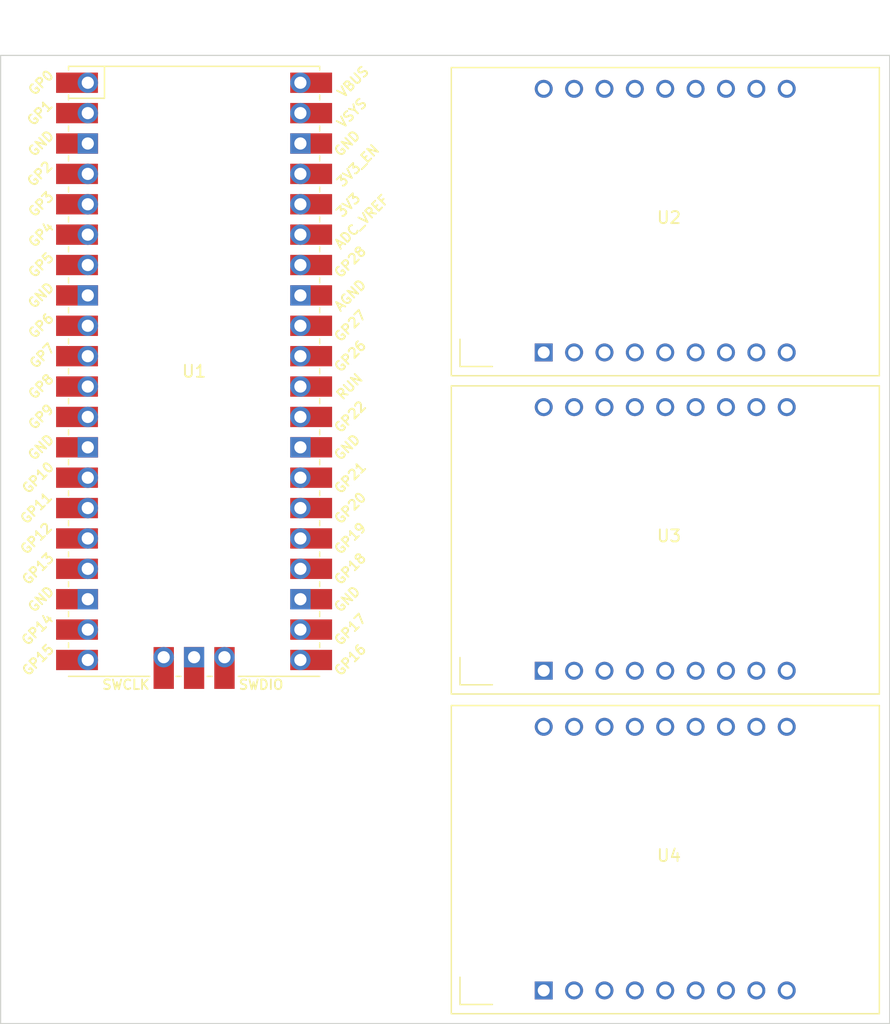
<source format=kicad_pcb>
(kicad_pcb (version 20221018) (generator pcbnew)
  (layers (0 "F.Cu" signal) (31 "B.Cu" signal) (34 "B.Paste" user) (35 "F.Paste" user) (36 "B.SilkS" user "B.Silkscreen") (37 "F.SilkS" user "F.Silkscreen") (38 "B.Mask" user) (39 "F.Mask" user) (44 "Edge.Cuts" user))
  (net 0 "")
  (net 44 "/SEG_E")
  (net 45 "/SEG_D")
  (net 46 "/SEG_C")
  (net 47 "/SEG_DP")
  (net 48 "/SEG_G")
  (net 49 "/SEG_B")
  (net 50 "/SEG_A")
  (net 51 "/SEG_F")
  (footprint "Library:DA08-11" (layer "F.Cu") (at 150.114 79.444996)
    (fp_text reference "U3" (at 0.3402 0.1016) (layer "F.SilkS"))
    (fp_text value "DA08-11SURKWA ")
    (fp_line (start -17.8616 -12.446) (end 17.9324 -12.446) (stroke (width 0.12)) (layer "F.SilkS"))
    (fp_line (start -17.8616 13.319) (end -17.8616 -12.446) (stroke (width 0.12)) (layer "F.SilkS"))
    (fp_line (start -17.8616 13.319) (end 17.9324 13.319) (stroke (width 0.12)) (layer "F.SilkS"))
    (fp_line (start -17.135 12.5476) (end -17.135 10.2676) (stroke (width 0.12)) (layer "F.SilkS"))
    (fp_line (start -17.135 12.5476) (end -14.425 12.5476) (stroke (width 0.12)) (layer "F.SilkS"))
    (fp_line (start 17.9324 13.319) (end 17.9324 -12.446) (stroke (width 0.12)) (layer "F.SilkS"))
    (pad "1" thru_hole rect (at -10.1338 11.372996 90) (size 1.5 1.5) (drill 1) (layers "*.Cu" "*.Mask") (net 44 "/SEG_E"))
    (pad "2" thru_hole circle (at -7.5938 11.372996 90) (size 1.5 1.5) (drill 1) (layers "*.Cu" "*.Mask") (net 45 "/SEG_D"))
    (pad "3" thru_hole circle (at -5.0538 11.372996 90) (size 1.5 1.5) (drill 1) (layers "*.Cu" "*.Mask") (net 46 "/SEG_C"))
    (pad "4" thru_hole circle (at -2.5138 11.372996 90) (size 1.5 1.5) (drill 1) (layers "*.Cu" "*.Mask") (net 47 "/SEG_DP"))
    (pad "5" thru_hole circle (at 0.0262 11.372996 90) (size 1.5 1.5) (drill 1) (layers "*.Cu" "*.Mask") (net 44 "/SEG_E"))
    (pad "6" thru_hole circle (at 2.5662 11.372996 90) (size 1.5 1.5) (drill 1) (layers "*.Cu" "*.Mask") (net 45 "/SEG_D"))
    (pad "7" thru_hole circle (at 5.1062 11.372996 90) (size 1.5 1.5) (drill 1) (layers "*.Cu" "*.Mask") (net 48 "/SEG_G"))
    (pad "8" thru_hole circle (at 7.6462 11.372996 90) (size 1.5 1.5) (drill 1) (layers "*.Cu" "*.Mask") (net 46 "/SEG_C"))
    (pad "9" thru_hole circle (at 10.1862 11.372996 90) (size 1.5 1.5) (drill 1) (layers "*.Cu" "*.Mask") (net 47 "/SEG_DP"))
    (pad "10" thru_hole circle (at 10.1862 -10.668 90) (size 1.5 1.5) (drill 1) (layers "*.Cu" "*.Mask") (net 49 "/SEG_B"))
    (pad "11" thru_hole circle (at 7.6462 -10.668 90) (size 1.5 1.5) (drill 1) (layers "*.Cu" "*.Mask") (net 50 "/SEG_A"))
    (pad "12" thru_hole circle (at 5.1062 -10.668 90) (size 1.5 1.5) (drill 1) (layers "*.Cu" "*.Mask") (net 51 "/SEG_F"))
    (pad "13" thru_hole circle (at 2.5662 -10.668 90) (size 1.5 1.5) (drill 1) (layers "*.Cu" "*.Mask"))
    (pad "14" thru_hole circle (at 0.0262 -10.668 90) (size 1.5 1.5) (drill 1) (layers "*.Cu" "*.Mask"))
    (pad "15" thru_hole circle (at -2.5138 -10.668 90) (size 1.5 1.5) (drill 1) (layers "*.Cu" "*.Mask") (net 49 "/SEG_B"))
    (pad "16" thru_hole circle (at -5.0538 -10.668 90) (size 1.5 1.5) (drill 1) (layers "*.Cu" "*.Mask") (net 50 "/SEG_A"))
    (pad "17" thru_hole circle (at -7.5938 -10.668 90) (size 1.5 1.5) (drill 1) (layers "*.Cu" "*.Mask") (net 48 "/SEG_G"))
    (pad "18" thru_hole circle (at -10.1338 -10.668 90) (size 1.5 1.5) (drill 1) (layers "*.Cu" "*.Mask") (net 51 "/SEG_F"))
  )
  (footprint "Library:DA08-11" (layer "F.Cu") (at 150.114 106.172)
    (fp_text reference "U4" (at 0.3402 0.1016 180) (layer "F.SilkS"))
    (fp_text value "DA08-11SURKWA ")
    (fp_line (start -17.8616 -12.446) (end 17.9324 -12.446) (stroke (width 0.12)) (layer "F.SilkS"))
    (fp_line (start -17.8616 13.319) (end -17.8616 -12.446) (stroke (width 0.12)) (layer "F.SilkS"))
    (fp_line (start -17.8616 13.319) (end 17.9324 13.319) (stroke (width 0.12)) (layer "F.SilkS"))
    (fp_line (start -17.135 12.5476) (end -17.135 10.2676) (stroke (width 0.12)) (layer "F.SilkS"))
    (fp_line (start -17.135 12.5476) (end -14.425 12.5476) (stroke (width 0.12)) (layer "F.SilkS"))
    (fp_line (start 17.9324 13.319) (end 17.9324 -12.446) (stroke (width 0.12)) (layer "F.SilkS"))
    (pad "1" thru_hole rect (at -10.1338 11.372996 90) (size 1.5 1.5) (drill 1) (layers "*.Cu" "*.Mask") (net 44 "/SEG_E"))
    (pad "2" thru_hole circle (at -7.5938 11.372996 90) (size 1.5 1.5) (drill 1) (layers "*.Cu" "*.Mask") (net 45 "/SEG_D"))
    (pad "3" thru_hole circle (at -5.0538 11.372996 90) (size 1.5 1.5) (drill 1) (layers "*.Cu" "*.Mask") (net 46 "/SEG_C"))
    (pad "4" thru_hole circle (at -2.5138 11.372996 90) (size 1.5 1.5) (drill 1) (layers "*.Cu" "*.Mask") (net 47 "/SEG_DP"))
    (pad "5" thru_hole circle (at 0.0262 11.372996 90) (size 1.5 1.5) (drill 1) (layers "*.Cu" "*.Mask") (net 44 "/SEG_E"))
    (pad "6" thru_hole circle (at 2.5662 11.372996 90) (size 1.5 1.5) (drill 1) (layers "*.Cu" "*.Mask") (net 45 "/SEG_D"))
    (pad "7" thru_hole circle (at 5.1062 11.372996 90) (size 1.5 1.5) (drill 1) (layers "*.Cu" "*.Mask") (net 48 "/SEG_G"))
    (pad "8" thru_hole circle (at 7.6462 11.372996 90) (size 1.5 1.5) (drill 1) (layers "*.Cu" "*.Mask") (net 46 "/SEG_C"))
    (pad "9" thru_hole circle (at 10.1862 11.372996 90) (size 1.5 1.5) (drill 1) (layers "*.Cu" "*.Mask") (net 47 "/SEG_DP"))
    (pad "10" thru_hole circle (at 10.1862 -10.668 90) (size 1.5 1.5) (drill 1) (layers "*.Cu" "*.Mask") (net 49 "/SEG_B"))
    (pad "11" thru_hole circle (at 7.6462 -10.668 90) (size 1.5 1.5) (drill 1) (layers "*.Cu" "*.Mask") (net 50 "/SEG_A"))
    (pad "12" thru_hole circle (at 5.1062 -10.668 90) (size 1.5 1.5) (drill 1) (layers "*.Cu" "*.Mask") (net 51 "/SEG_F"))
    (pad "13" thru_hole circle (at 2.5662 -10.668 90) (size 1.5 1.5) (drill 1) (layers "*.Cu" "*.Mask"))
    (pad "14" thru_hole circle (at 0.0262 -10.668 90) (size 1.5 1.5) (drill 1) (layers "*.Cu" "*.Mask"))
    (pad "15" thru_hole circle (at -2.5138 -10.668 90) (size 1.5 1.5) (drill 1) (layers "*.Cu" "*.Mask") (net 49 "/SEG_B"))
    (pad "16" thru_hole circle (at -5.0538 -10.668 90) (size 1.5 1.5) (drill 1) (layers "*.Cu" "*.Mask") (net 50 "/SEG_A"))
    (pad "17" thru_hole circle (at -7.5938 -10.668 90) (size 1.5 1.5) (drill 1) (layers "*.Cu" "*.Mask") (net 48 "/SEG_G"))
    (pad "18" thru_hole circle (at -10.1338 -10.668 90) (size 1.5 1.5) (drill 1) (layers "*.Cu" "*.Mask") (net 51 "/SEG_F"))
  )
  (footprint "MCU_RaspberryPi_and_Boards:RPi_Pico_SMD_TH" (layer "F.Cu") (at 110.744 65.786)
    (fp_text reference "U1" (at 0 0) (layer "F.SilkS"))
    (fp_text value "Pico")
    (fp_text user "GP18" (at 13.054 16.51 45) (layer "F.SilkS") (effects (font (size 0.8 0.8))))
    (fp_text user "GP13" (at -13.054 16.51 45) (layer "F.SilkS") (effects (font (size 0.8 0.8))))
    (fp_text user "GP4" (at -12.8 -11.43 45) (layer "F.SilkS") (effects (font (size 0.8 0.8))))
    (fp_text user "GND" (at 12.8 6.35 45) (layer "F.SilkS") (effects (font (size 0.8 0.8))))
    (fp_text user "GND" (at -12.8 -19.05 45) (layer "F.SilkS") (effects (font (size 0.8 0.8))))
    (fp_text user "GP5" (at -12.8 -8.89 45) (layer "F.SilkS") (effects (font (size 0.8 0.8))))
    (fp_text user "GND" (at 12.8 -19.05 45) (layer "F.SilkS") (effects (font (size 0.8 0.8))))
    (fp_text user "ADC_VREF" (at 14 -12.5 45) (layer "F.SilkS") (effects (font (size 0.8 0.8))))
    (fp_text user "GP6" (at -12.8 -3.81 45) (layer "F.SilkS") (effects (font (size 0.8 0.8))))
    (fp_text user "GP10" (at -13.054 8.89 45) (layer "F.SilkS") (effects (font (size 0.8 0.8))))
    (fp_text user "GP19" (at 13.054 13.97 45) (layer "F.SilkS") (effects (font (size 0.8 0.8))))
    (fp_text user "GP22" (at 13.054 3.81 45) (layer "F.SilkS") (effects (font (size 0.8 0.8))))
    (fp_text user "GP28" (at 13.054 -9.144 45) (layer "F.SilkS") (effects (font (size 0.8 0.8))))
    (fp_text user "3V3" (at 12.9 -13.9 45) (layer "F.SilkS") (effects (font (size 0.8 0.8))))
    (fp_text user "3V3_EN" (at 13.7 -17.2 45) (layer "F.SilkS") (effects (font (size 0.8 0.8))))
    (fp_text user "GP16" (at 13.054 24.13 45) (layer "F.SilkS") (effects (font (size 0.8 0.8))))
    (fp_text user "GP21" (at 13.054 8.9 45) (layer "F.SilkS") (effects (font (size 0.8 0.8))))
    (fp_text user "SWCLK" (at -5.7 26.2) (layer "F.SilkS") (effects (font (size 0.8 0.8))))
    (fp_text user "GP15" (at -13.054 24.13 45) (layer "F.SilkS") (effects (font (size 0.8 0.8))))
    (fp_text user "GND" (at 12.8 19.05 45) (layer "F.SilkS") (effects (font (size 0.8 0.8))))
    (fp_text user "GND" (at -12.8 19.05 45) (layer "F.SilkS") (effects (font (size 0.8 0.8))))
    (fp_text user "AGND" (at 13.054 -6.35 45) (layer "F.SilkS") (effects (font (size 0.8 0.8))))
    (fp_text user "GP20" (at 13.054 11.43 45) (layer "F.SilkS") (effects (font (size 0.8 0.8))))
    (fp_text user "GP12" (at -13.2 13.97 45) (layer "F.SilkS") (effects (font (size 0.8 0.8))))
    (fp_text user "GP2" (at -12.9 -16.51 45) (layer "F.SilkS") (effects (font (size 0.8 0.8))))
    (fp_text user "GP14" (at -13.1 21.59 45) (layer "F.SilkS") (effects (font (size 0.8 0.8))))
    (fp_text user "GP7" (at -12.7 -1.3 45) (layer "F.SilkS") (effects (font (size 0.8 0.8))))
    (fp_text user "RUN" (at 13 1.27 45) (layer "F.SilkS") (effects (font (size 0.8 0.8))))
    (fp_text user "GND" (at -12.8 -6.35 45) (layer "F.SilkS") (effects (font (size 0.8 0.8))))
    (fp_text user "GP3" (at -12.8 -13.97 45) (layer "F.SilkS") (effects (font (size 0.8 0.8))))
    (fp_text user "GP1" (at -12.9 -21.6 45) (layer "F.SilkS") (effects (font (size 0.8 0.8))))
    (fp_text user "GND" (at -12.8 6.35 45) (layer "F.SilkS") (effects (font (size 0.8 0.8))))
    (fp_text user "GP0" (at -12.8 -24.13 45) (layer "F.SilkS") (effects (font (size 0.8 0.8))))
    (fp_text user "GP9" (at -12.8 3.81 45) (layer "F.SilkS") (effects (font (size 0.8 0.8))))
    (fp_text user "GP8" (at -12.8 1.27 45) (layer "F.SilkS") (effects (font (size 0.8 0.8))))
    (fp_text user "SWDIO" (at 5.6 26.2) (layer "F.SilkS") (effects (font (size 0.8 0.8))))
    (fp_text user "GP17" (at 13.054 21.59 45) (layer "F.SilkS") (effects (font (size 0.8 0.8))))
    (fp_text user "VBUS" (at 13.3 -24.2 45) (layer "F.SilkS") (effects (font (size 0.8 0.8))))
    (fp_text user "VSYS" (at 13.2 -21.59 45) (layer "F.SilkS") (effects (font (size 0.8 0.8))))
    (fp_text user "GP27" (at 13.054 -3.8 45) (layer "F.SilkS") (effects (font (size 0.8 0.8))))
    (fp_text user "GP11" (at -13.2 11.43 45) (layer "F.SilkS") (effects (font (size 0.8 0.8))))
    (fp_text user "GP26" (at 13.054 -1.27 45) (layer "F.SilkS") (effects (font (size 0.8 0.8))))
    (fp_line (start -10.5 -25.5) (end -10.5 -25.2) (stroke (width 0.12)) (layer "F.SilkS"))
    (fp_line (start -10.5 -25.5) (end 10.5 -25.5) (stroke (width 0.12)) (layer "F.SilkS"))
    (fp_line (start -10.5 -23.1) (end -10.5 -22.7) (stroke (width 0.12)) (layer "F.SilkS"))
    (fp_line (start -10.5 -22.833) (end -7.493 -22.833) (stroke (width 0.12)) (layer "F.SilkS"))
    (fp_line (start -10.5 -20.5) (end -10.5 -20.1) (stroke (width 0.12)) (layer "F.SilkS"))
    (fp_line (start -10.5 -18) (end -10.5 -17.6) (stroke (width 0.12)) (layer "F.SilkS"))
    (fp_line (start -10.5 -15.4) (end -10.5 -15) (stroke (width 0.12)) (layer "F.SilkS"))
    (fp_line (start -10.5 -12.9) (end -10.5 -12.5) (stroke (width 0.12)) (layer "F.SilkS"))
    (fp_line (start -10.5 -10.4) (end -10.5 -10) (stroke (width 0.12)) (layer "F.SilkS"))
    (fp_line (start -10.5 -7.8) (end -10.5 -7.4) (stroke (width 0.12)) (layer "F.SilkS"))
    (fp_line (start -10.5 -5.3) (end -10.5 -4.9) (stroke (width 0.12)) (layer "F.SilkS"))
    (fp_line (start -10.5 -2.7) (end -10.5 -2.3) (stroke (width 0.12)) (layer "F.SilkS"))
    (fp_line (start -10.5 -0.2) (end -10.5 0.2) (stroke (width 0.12)) (layer "F.SilkS"))
    (fp_line (start -10.5 2.3) (end -10.5 2.7) (stroke (width 0.12)) (layer "F.SilkS"))
    (fp_line (start -10.5 4.9) (end -10.5 5.3) (stroke (width 0.12)) (layer "F.SilkS"))
    (fp_line (start -10.5 7.4) (end -10.5 7.8) (stroke (width 0.12)) (layer "F.SilkS"))
    (fp_line (start -10.5 10) (end -10.5 10.4) (stroke (width 0.12)) (layer "F.SilkS"))
    (fp_line (start -10.5 12.5) (end -10.5 12.9) (stroke (width 0.12)) (layer "F.SilkS"))
    (fp_line (start -10.5 15.1) (end -10.5 15.5) (stroke (width 0.12)) (layer "F.SilkS"))
    (fp_line (start -10.5 17.6) (end -10.5 18) (stroke (width 0.12)) (layer "F.SilkS"))
    (fp_line (start -10.5 20.1) (end -10.5 20.5) (stroke (width 0.12)) (layer "F.SilkS"))
    (fp_line (start -10.5 22.7) (end -10.5 23.1) (stroke (width 0.12)) (layer "F.SilkS"))
    (fp_line (start -7.493 -22.833) (end -7.493 -25.5) (stroke (width 0.12)) (layer "F.SilkS"))
    (fp_line (start -3.7 25.5) (end -10.5 25.5) (stroke (width 0.12)) (layer "F.SilkS"))
    (fp_line (start -1.5 25.5) (end -1.1 25.5) (stroke (width 0.12)) (layer "F.SilkS"))
    (fp_line (start 1.1 25.5) (end 1.5 25.5) (stroke (width 0.12)) (layer "F.SilkS"))
    (fp_line (start 10.5 -25.5) (end 10.5 -25.2) (stroke (width 0.12)) (layer "F.SilkS"))
    (fp_line (start 10.5 -23.1) (end 10.5 -22.7) (stroke (width 0.12)) (layer "F.SilkS"))
    (fp_line (start 10.5 -20.5) (end 10.5 -20.1) (stroke (width 0.12)) (layer "F.SilkS"))
    (fp_line (start 10.5 -18) (end 10.5 -17.6) (stroke (width 0.12)) (layer "F.SilkS"))
    (fp_line (start 10.5 -15.4) (end 10.5 -15) (stroke (width 0.12)) (layer "F.SilkS"))
    (fp_line (start 10.5 -12.9) (end 10.5 -12.5) (stroke (width 0.12)) (layer "F.SilkS"))
    (fp_line (start 10.5 -10.4) (end 10.5 -10) (stroke (width 0.12)) (layer "F.SilkS"))
    (fp_line (start 10.5 -7.8) (end 10.5 -7.4) (stroke (width 0.12)) (layer "F.SilkS"))
    (fp_line (start 10.5 -5.3) (end 10.5 -4.9) (stroke (width 0.12)) (layer "F.SilkS"))
    (fp_line (start 10.5 -2.7) (end 10.5 -2.3) (stroke (width 0.12)) (layer "F.SilkS"))
    (fp_line (start 10.5 -0.2) (end 10.5 0.2) (stroke (width 0.12)) (layer "F.SilkS"))
    (fp_line (start 10.5 2.3) (end 10.5 2.7) (stroke (width 0.12)) (layer "F.SilkS"))
    (fp_line (start 10.5 4.9) (end 10.5 5.3) (stroke (width 0.12)) (layer "F.SilkS"))
    (fp_line (start 10.5 7.4) (end 10.5 7.8) (stroke (width 0.12)) (layer "F.SilkS"))
    (fp_line (start 10.5 10) (end 10.5 10.4) (stroke (width 0.12)) (layer "F.SilkS"))
    (fp_line (start 10.5 12.5) (end 10.5 12.9) (stroke (width 0.12)) (layer "F.SilkS"))
    (fp_line (start 10.5 15.1) (end 10.5 15.5) (stroke (width 0.12)) (layer "F.SilkS"))
    (fp_line (start 10.5 17.6) (end 10.5 18) (stroke (width 0.12)) (layer "F.SilkS"))
    (fp_line (start 10.5 20.1) (end 10.5 20.5) (stroke (width 0.12)) (layer "F.SilkS"))
    (fp_line (start 10.5 22.7) (end 10.5 23.1) (stroke (width 0.12)) (layer "F.SilkS"))
    (fp_line (start 10.5 25.5) (end 3.7 25.5) (stroke (width 0.12)) (layer "F.SilkS"))
    (pad "" np_thru_hole oval (at -2.725 -24) (size 1.8 1.8) (drill 1.8) (layers "*.Cu" "*.Mask"))
    (pad "" np_thru_hole oval (at -2.425 -20.97) (size 1.5 1.5) (drill 1.5) (layers "*.Cu" "*.Mask"))
    (pad "" np_thru_hole oval (at 2.425 -20.97) (size 1.5 1.5) (drill 1.5) (layers "*.Cu" "*.Mask"))
    (pad "" np_thru_hole oval (at 2.725 -24) (size 1.8 1.8) (drill 1.8) (layers "*.Cu" "*.Mask"))
    (pad "1" thru_hole oval (at -8.89 -24.13) (size 1.7 1.7) (drill 1.02) (layers "*.Cu" "*.Mask"))
    (pad "1" smd rect (at -8.89 -24.13) (size 3.5 1.7) (drill (offset -0.9 0)) (layers "F.Cu" "F.Mask"))
    (pad "2" thru_hole oval (at -8.89 -21.59) (size 1.7 1.7) (drill 1.02) (layers "*.Cu" "*.Mask"))
    (pad "2" smd rect (at -8.89 -21.59) (size 3.5 1.7) (drill (offset -0.9 0)) (layers "F.Cu" "F.Mask"))
    (pad "3" thru_hole rect (at -8.89 -19.05) (size 1.7 1.7) (drill 1.02) (layers "*.Cu" "*.Mask"))
    (pad "3" smd rect (at -8.89 -19.05) (size 3.5 1.7) (drill (offset -0.9 0)) (layers "F.Cu" "F.Mask"))
    (pad "4" thru_hole oval (at -8.89 -16.51) (size 1.7 1.7) (drill 1.02) (layers "*.Cu" "*.Mask"))
    (pad "4" smd rect (at -8.89 -16.51) (size 3.5 1.7) (drill (offset -0.9 0)) (layers "F.Cu" "F.Mask"))
    (pad "5" thru_hole oval (at -8.89 -13.97) (size 1.7 1.7) (drill 1.02) (layers "*.Cu" "*.Mask"))
    (pad "5" smd rect (at -8.89 -13.97) (size 3.5 1.7) (drill (offset -0.9 0)) (layers "F.Cu" "F.Mask"))
    (pad "6" thru_hole oval (at -8.89 -11.43) (size 1.7 1.7) (drill 1.02) (layers "*.Cu" "*.Mask"))
    (pad "6" smd rect (at -8.89 -11.43) (size 3.5 1.7) (drill (offset -0.9 0)) (layers "F.Cu" "F.Mask"))
    (pad "7" thru_hole oval (at -8.89 -8.89) (size 1.7 1.7) (drill 1.02) (layers "*.Cu" "*.Mask"))
    (pad "7" smd rect (at -8.89 -8.89) (size 3.5 1.7) (drill (offset -0.9 0)) (layers "F.Cu" "F.Mask"))
    (pad "8" thru_hole rect (at -8.89 -6.35) (size 1.7 1.7) (drill 1.02) (layers "*.Cu" "*.Mask"))
    (pad "8" smd rect (at -8.89 -6.35) (size 3.5 1.7) (drill (offset -0.9 0)) (layers "F.Cu" "F.Mask"))
    (pad "9" thru_hole oval (at -8.89 -3.81) (size 1.7 1.7) (drill 1.02) (layers "*.Cu" "*.Mask"))
    (pad "9" smd rect (at -8.89 -3.81) (size 3.5 1.7) (drill (offset -0.9 0)) (layers "F.Cu" "F.Mask"))
    (pad "10" thru_hole oval (at -8.89 -1.27) (size 1.7 1.7) (drill 1.02) (layers "*.Cu" "*.Mask"))
    (pad "10" smd rect (at -8.89 -1.27) (size 3.5 1.7) (drill (offset -0.9 0)) (layers "F.Cu" "F.Mask"))
    (pad "11" thru_hole oval (at -8.89 1.27) (size 1.7 1.7) (drill 1.02) (layers "*.Cu" "*.Mask"))
    (pad "11" smd rect (at -8.89 1.27) (size 3.5 1.7) (drill (offset -0.9 0)) (layers "F.Cu" "F.Mask"))
    (pad "12" thru_hole oval (at -8.89 3.81) (size 1.7 1.7) (drill 1.02) (layers "*.Cu" "*.Mask"))
    (pad "12" smd rect (at -8.89 3.81) (size 3.5 1.7) (drill (offset -0.9 0)) (layers "F.Cu" "F.Mask"))
    (pad "13" thru_hole rect (at -8.89 6.35) (size 1.7 1.7) (drill 1.02) (layers "*.Cu" "*.Mask"))
    (pad "13" smd rect (at -8.89 6.35) (size 3.5 1.7) (drill (offset -0.9 0)) (layers "F.Cu" "F.Mask"))
    (pad "14" thru_hole oval (at -8.89 8.89) (size 1.7 1.7) (drill 1.02) (layers "*.Cu" "*.Mask"))
    (pad "14" smd rect (at -8.89 8.89) (size 3.5 1.7) (drill (offset -0.9 0)) (layers "F.Cu" "F.Mask"))
    (pad "15" thru_hole oval (at -8.89 11.43) (size 1.7 1.7) (drill 1.02) (layers "*.Cu" "*.Mask"))
    (pad "15" smd rect (at -8.89 11.43) (size 3.5 1.7) (drill (offset -0.9 0)) (layers "F.Cu" "F.Mask"))
    (pad "16" thru_hole oval (at -8.89 13.97) (size 1.7 1.7) (drill 1.02) (layers "*.Cu" "*.Mask"))
    (pad "16" smd rect (at -8.89 13.97) (size 3.5 1.7) (drill (offset -0.9 0)) (layers "F.Cu" "F.Mask"))
    (pad "17" thru_hole oval (at -8.89 16.51) (size 1.7 1.7) (drill 1.02) (layers "*.Cu" "*.Mask"))
    (pad "17" smd rect (at -8.89 16.51) (size 3.5 1.7) (drill (offset -0.9 0)) (layers "F.Cu" "F.Mask"))
    (pad "18" thru_hole rect (at -8.89 19.05) (size 1.7 1.7) (drill 1.02) (layers "*.Cu" "*.Mask"))
    (pad "18" smd rect (at -8.89 19.05) (size 3.5 1.7) (drill (offset -0.9 0)) (layers "F.Cu" "F.Mask"))
    (pad "19" thru_hole oval (at -8.89 21.59) (size 1.7 1.7) (drill 1.02) (layers "*.Cu" "*.Mask"))
    (pad "19" smd rect (at -8.89 21.59) (size 3.5 1.7) (drill (offset -0.9 0)) (layers "F.Cu" "F.Mask"))
    (pad "20" thru_hole oval (at -8.89 24.13) (size 1.7 1.7) (drill 1.02) (layers "*.Cu" "*.Mask"))
    (pad "20" smd rect (at -8.89 24.13) (size 3.5 1.7) (drill (offset -0.9 0)) (layers "F.Cu" "F.Mask"))
    (pad "21" thru_hole oval (at 8.89 24.13) (size 1.7 1.7) (drill 1.02) (layers "*.Cu" "*.Mask"))
    (pad "21" smd rect (at 8.89 24.13) (size 3.5 1.7) (drill (offset 0.9 0)) (layers "F.Cu" "F.Mask"))
    (pad "22" thru_hole oval (at 8.89 21.59) (size 1.7 1.7) (drill 1.02) (layers "*.Cu" "*.Mask"))
    (pad "22" smd rect (at 8.89 21.59) (size 3.5 1.7) (drill (offset 0.9 0)) (layers "F.Cu" "F.Mask"))
    (pad "23" thru_hole rect (at 8.89 19.05) (size 1.7 1.7) (drill 1.02) (layers "*.Cu" "*.Mask"))
    (pad "23" smd rect (at 8.89 19.05) (size 3.5 1.7) (drill (offset 0.9 0)) (layers "F.Cu" "F.Mask"))
    (pad "24" thru_hole oval (at 8.89 16.51) (size 1.7 1.7) (drill 1.02) (layers "*.Cu" "*.Mask"))
    (pad "24" smd rect (at 8.89 16.51) (size 3.5 1.7) (drill (offset 0.9 0)) (layers "F.Cu" "F.Mask"))
    (pad "25" thru_hole oval (at 8.89 13.97) (size 1.7 1.7) (drill 1.02) (layers "*.Cu" "*.Mask"))
    (pad "25" smd rect (at 8.89 13.97) (size 3.5 1.7) (drill (offset 0.9 0)) (layers "F.Cu" "F.Mask"))
    (pad "26" thru_hole oval (at 8.89 11.43) (size 1.7 1.7) (drill 1.02) (layers "*.Cu" "*.Mask"))
    (pad "26" smd rect (at 8.89 11.43) (size 3.5 1.7) (drill (offset 0.9 0)) (layers "F.Cu" "F.Mask"))
    (pad "27" thru_hole oval (at 8.89 8.89) (size 1.7 1.7) (drill 1.02) (layers "*.Cu" "*.Mask"))
    (pad "27" smd rect (at 8.89 8.89) (size 3.5 1.7) (drill (offset 0.9 0)) (layers "F.Cu" "F.Mask"))
    (pad "28" thru_hole rect (at 8.89 6.35) (size 1.7 1.7) (drill 1.02) (layers "*.Cu" "*.Mask"))
    (pad "28" smd rect (at 8.89 6.35) (size 3.5 1.7) (drill (offset 0.9 0)) (layers "F.Cu" "F.Mask"))
    (pad "29" thru_hole oval (at 8.89 3.81) (size 1.7 1.7) (drill 1.02) (layers "*.Cu" "*.Mask"))
    (pad "29" smd rect (at 8.89 3.81) (size 3.5 1.7) (drill (offset 0.9 0)) (layers "F.Cu" "F.Mask"))
    (pad "30" thru_hole oval (at 8.89 1.27) (size 1.7 1.7) (drill 1.02) (layers "*.Cu" "*.Mask"))
    (pad "30" smd rect (at 8.89 1.27) (size 3.5 1.7) (drill (offset 0.9 0)) (layers "F.Cu" "F.Mask"))
    (pad "31" thru_hole oval (at 8.89 -1.27) (size 1.7 1.7) (drill 1.02) (layers "*.Cu" "*.Mask"))
    (pad "31" smd rect (at 8.89 -1.27) (size 3.5 1.7) (drill (offset 0.9 0)) (layers "F.Cu" "F.Mask"))
    (pad "32" thru_hole oval (at 8.89 -3.81) (size 1.7 1.7) (drill 1.02) (layers "*.Cu" "*.Mask"))
    (pad "32" smd rect (at 8.89 -3.81) (size 3.5 1.7) (drill (offset 0.9 0)) (layers "F.Cu" "F.Mask"))
    (pad "33" thru_hole rect (at 8.89 -6.35) (size 1.7 1.7) (drill 1.02) (layers "*.Cu" "*.Mask"))
    (pad "33" smd rect (at 8.89 -6.35) (size 3.5 1.7) (drill (offset 0.9 0)) (layers "F.Cu" "F.Mask"))
    (pad "34" thru_hole oval (at 8.89 -8.89) (size 1.7 1.7) (drill 1.02) (layers "*.Cu" "*.Mask"))
    (pad "34" smd rect (at 8.89 -8.89) (size 3.5 1.7) (drill (offset 0.9 0)) (layers "F.Cu" "F.Mask"))
    (pad "35" thru_hole oval (at 8.89 -11.43) (size 1.7 1.7) (drill 1.02) (layers "*.Cu" "*.Mask"))
    (pad "35" smd rect (at 8.89 -11.43) (size 3.5 1.7) (drill (offset 0.9 0)) (layers "F.Cu" "F.Mask"))
    (pad "36" thru_hole oval (at 8.89 -13.97) (size 1.7 1.7) (drill 1.02) (layers "*.Cu" "*.Mask"))
    (pad "36" smd rect (at 8.89 -13.97) (size 3.5 1.7) (drill (offset 0.9 0)) (layers "F.Cu" "F.Mask"))
    (pad "37" thru_hole oval (at 8.89 -16.51) (size 1.7 1.7) (drill 1.02) (layers "*.Cu" "*.Mask"))
    (pad "37" smd rect (at 8.89 -16.51) (size 3.5 1.7) (drill (offset 0.9 0)) (layers "F.Cu" "F.Mask"))
    (pad "38" thru_hole rect (at 8.89 -19.05) (size 1.7 1.7) (drill 1.02) (layers "*.Cu" "*.Mask"))
    (pad "38" smd rect (at 8.89 -19.05) (size 3.5 1.7) (drill (offset 0.9 0)) (layers "F.Cu" "F.Mask"))
    (pad "39" thru_hole oval (at 8.89 -21.59) (size 1.7 1.7) (drill 1.02) (layers "*.Cu" "*.Mask"))
    (pad "39" smd rect (at 8.89 -21.59) (size 3.5 1.7) (drill (offset 0.9 0)) (layers "F.Cu" "F.Mask"))
    (pad "40" thru_hole oval (at 8.89 -24.13) (size 1.7 1.7) (drill 1.02) (layers "*.Cu" "*.Mask"))
    (pad "40" smd rect (at 8.89 -24.13) (size 3.5 1.7) (drill (offset 0.9 0)) (layers "F.Cu" "F.Mask"))
    (pad "41" thru_hole oval (at -2.54 23.9) (size 1.7 1.7) (drill 1.02) (layers "*.Cu" "*.Mask"))
    (pad "41" smd rect (at -2.54 23.9 90) (size 3.5 1.7) (drill (offset -0.9 0)) (layers "F.Cu" "F.Mask"))
    (pad "42" thru_hole rect (at 0 23.9) (size 1.7 1.7) (drill 1.02) (layers "*.Cu" "*.Mask"))
    (pad "42" smd rect (at 0 23.9 90) (size 3.5 1.7) (drill (offset -0.9 0)) (layers "F.Cu" "F.Mask"))
    (pad "43" thru_hole oval (at 2.54 23.9) (size 1.7 1.7) (drill 1.02) (layers "*.Cu" "*.Mask"))
    (pad "43" smd rect (at 2.54 23.9 90) (size 3.5 1.7) (drill (offset -0.9 0)) (layers "F.Cu" "F.Mask"))
  )
  (footprint "Library:DA08-11" (layer "F.Cu") (at 150.114 52.832)
    (fp_text reference "U2" (at 0.3402 0.1016 180) (layer "F.SilkS"))
    (fp_text value "DA08-11SURKWA ")
    (fp_line (start -17.8616 -12.446) (end 17.9324 -12.446) (stroke (width 0.12)) (layer "F.SilkS"))
    (fp_line (start -17.8616 13.319) (end -17.8616 -12.446) (stroke (width 0.12)) (layer "F.SilkS"))
    (fp_line (start -17.8616 13.319) (end 17.9324 13.319) (stroke (width 0.12)) (layer "F.SilkS"))
    (fp_line (start -17.135 12.5476) (end -17.135 10.2676) (stroke (width 0.12)) (layer "F.SilkS"))
    (fp_line (start -17.135 12.5476) (end -14.425 12.5476) (stroke (width 0.12)) (layer "F.SilkS"))
    (fp_line (start 17.9324 13.319) (end 17.9324 -12.446) (stroke (width 0.12)) (layer "F.SilkS"))
    (pad "1" thru_hole rect (at -10.1338 11.372996 90) (size 1.5 1.5) (drill 1) (layers "*.Cu" "*.Mask") (net 44 "/SEG_E"))
    (pad "2" thru_hole circle (at -7.5938 11.372996 90) (size 1.5 1.5) (drill 1) (layers "*.Cu" "*.Mask") (net 45 "/SEG_D"))
    (pad "3" thru_hole circle (at -5.0538 11.372996 90) (size 1.5 1.5) (drill 1) (layers "*.Cu" "*.Mask") (net 46 "/SEG_C"))
    (pad "4" thru_hole circle (at -2.5138 11.372996 90) (size 1.5 1.5) (drill 1) (layers "*.Cu" "*.Mask") (net 47 "/SEG_DP"))
    (pad "5" thru_hole circle (at 0.0262 11.372996 90) (size 1.5 1.5) (drill 1) (layers "*.Cu" "*.Mask") (net 44 "/SEG_E"))
    (pad "6" thru_hole circle (at 2.5662 11.372996 90) (size 1.5 1.5) (drill 1) (layers "*.Cu" "*.Mask") (net 45 "/SEG_D"))
    (pad "7" thru_hole circle (at 5.1062 11.372996 90) (size 1.5 1.5) (drill 1) (layers "*.Cu" "*.Mask") (net 48 "/SEG_G"))
    (pad "8" thru_hole circle (at 7.6462 11.372996 90) (size 1.5 1.5) (drill 1) (layers "*.Cu" "*.Mask") (net 46 "/SEG_C"))
    (pad "9" thru_hole circle (at 10.1862 11.372996 90) (size 1.5 1.5) (drill 1) (layers "*.Cu" "*.Mask") (net 47 "/SEG_DP"))
    (pad "10" thru_hole circle (at 10.1862 -10.668 90) (size 1.5 1.5) (drill 1) (layers "*.Cu" "*.Mask") (net 49 "/SEG_B"))
    (pad "11" thru_hole circle (at 7.6462 -10.668 90) (size 1.5 1.5) (drill 1) (layers "*.Cu" "*.Mask") (net 50 "/SEG_A"))
    (pad "12" thru_hole circle (at 5.1062 -10.668 90) (size 1.5 1.5) (drill 1) (layers "*.Cu" "*.Mask") (net 51 "/SEG_F"))
    (pad "13" thru_hole circle (at 2.5662 -10.668 90) (size 1.5 1.5) (drill 1) (layers "*.Cu" "*.Mask"))
    (pad "14" thru_hole circle (at 0.0262 -10.668 90) (size 1.5 1.5) (drill 1) (layers "*.Cu" "*.Mask"))
    (pad "15" thru_hole circle (at -2.5138 -10.668 90) (size 1.5 1.5) (drill 1) (layers "*.Cu" "*.Mask") (net 49 "/SEG_B"))
    (pad "16" thru_hole circle (at -5.0538 -10.668 90) (size 1.5 1.5) (drill 1) (layers "*.Cu" "*.Mask") (net 50 "/SEG_A"))
    (pad "17" thru_hole circle (at -7.5938 -10.668 90) (size 1.5 1.5) (drill 1) (layers "*.Cu" "*.Mask") (net 48 "/SEG_G"))
    (pad "18" thru_hole circle (at -10.1338 -10.668 90) (size 1.5 1.5) (drill 1) (layers "*.Cu" "*.Mask") (net 51 "/SEG_F"))
  )
  (gr_rect (start 94.564 39.37) (end 168.91 120.32) (stroke (width 0.1)) (fill none) (layer "Edge.Cuts"))
)
</source>
